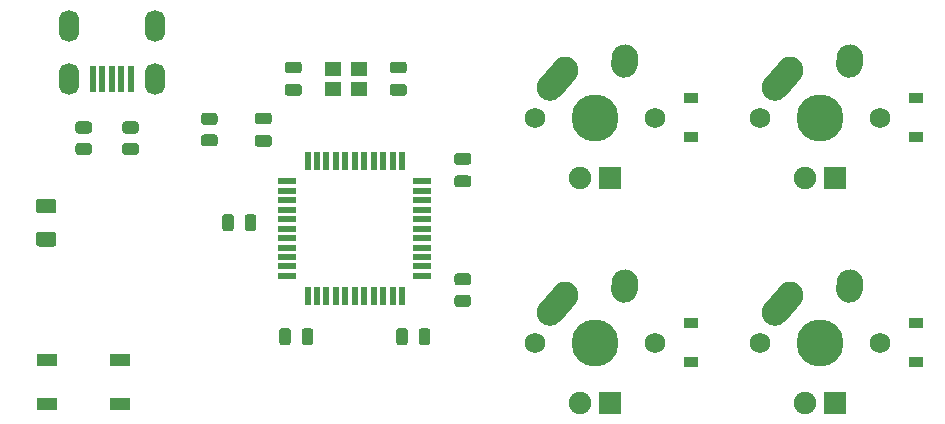
<source format=gbs>
%TF.GenerationSoftware,KiCad,Pcbnew,(5.1.12)-1*%
%TF.CreationDate,2022-04-14T09:57:20+09:00*%
%TF.ProjectId,ai03-pcb-guide,61693033-2d70-4636-922d-67756964652e,rev?*%
%TF.SameCoordinates,Original*%
%TF.FileFunction,Soldermask,Bot*%
%TF.FilePolarity,Negative*%
%FSLAX46Y46*%
G04 Gerber Fmt 4.6, Leading zero omitted, Abs format (unit mm)*
G04 Created by KiCad (PCBNEW (5.1.12)-1) date 2022-04-14 09:57:20*
%MOMM*%
%LPD*%
G01*
G04 APERTURE LIST*
%ADD10R,1.400000X1.200000*%
%ADD11O,1.700000X2.700000*%
%ADD12R,0.500000X2.250000*%
%ADD13R,0.550000X1.500000*%
%ADD14R,1.500000X0.550000*%
%ADD15R,1.800000X1.100000*%
%ADD16C,1.750000*%
%ADD17R,1.905000X1.905000*%
%ADD18C,1.905000*%
%ADD19C,2.250000*%
%ADD20C,3.987800*%
%ADD21R,1.200000X0.900000*%
G04 APERTURE END LIST*
D10*
%TO.C,Y1*%
X75903000Y-79033000D03*
X73703000Y-79033000D03*
X73703000Y-80733000D03*
X75903000Y-80733000D03*
%TD*%
D11*
%TO.C,USB1*%
X51341000Y-75406250D03*
X58641000Y-75406250D03*
X58641000Y-79906250D03*
X51341000Y-79906250D03*
D12*
X53391000Y-79906250D03*
X54191000Y-79906250D03*
X54991000Y-79906250D03*
X55791000Y-79906250D03*
X56591000Y-79906250D03*
%TD*%
D13*
%TO.C,U1*%
X71565000Y-98283000D03*
X72365000Y-98283000D03*
X73165000Y-98283000D03*
X73965000Y-98283000D03*
X74765000Y-98283000D03*
X75565000Y-98283000D03*
X76365000Y-98283000D03*
X77165000Y-98283000D03*
X77965000Y-98283000D03*
X78765000Y-98283000D03*
X79565000Y-98283000D03*
D14*
X81265000Y-96583000D03*
X81265000Y-95783000D03*
X81265000Y-94983000D03*
X81265000Y-94183000D03*
X81265000Y-93383000D03*
X81265000Y-92583000D03*
X81265000Y-91783000D03*
X81265000Y-90983000D03*
X81265000Y-90183000D03*
X81265000Y-89383000D03*
X81265000Y-88583000D03*
D13*
X79565000Y-86883000D03*
X78765000Y-86883000D03*
X77965000Y-86883000D03*
X77165000Y-86883000D03*
X76365000Y-86883000D03*
X75565000Y-86883000D03*
X74765000Y-86883000D03*
X73965000Y-86883000D03*
X73165000Y-86883000D03*
X72365000Y-86883000D03*
X71565000Y-86883000D03*
D14*
X69865000Y-88583000D03*
X69865000Y-89383000D03*
X69865000Y-90183000D03*
X69865000Y-90983000D03*
X69865000Y-91783000D03*
X69865000Y-92583000D03*
X69865000Y-93383000D03*
X69865000Y-94183000D03*
X69865000Y-94983000D03*
X69865000Y-95783000D03*
X69865000Y-96583000D03*
%TD*%
D15*
%TO.C,SW1*%
X55709750Y-107418750D03*
X49509750Y-103718750D03*
X55709750Y-103718750D03*
X49509750Y-107418750D03*
%TD*%
%TO.C,R4*%
G36*
G01*
X85159001Y-97390000D02*
X84258999Y-97390000D01*
G75*
G02*
X84009000Y-97140001I0J249999D01*
G01*
X84009000Y-96614999D01*
G75*
G02*
X84258999Y-96365000I249999J0D01*
G01*
X85159001Y-96365000D01*
G75*
G02*
X85409000Y-96614999I0J-249999D01*
G01*
X85409000Y-97140001D01*
G75*
G02*
X85159001Y-97390000I-249999J0D01*
G01*
G37*
G36*
G01*
X85159001Y-99215000D02*
X84258999Y-99215000D01*
G75*
G02*
X84009000Y-98965001I0J249999D01*
G01*
X84009000Y-98439999D01*
G75*
G02*
X84258999Y-98190000I249999J0D01*
G01*
X85159001Y-98190000D01*
G75*
G02*
X85409000Y-98439999I0J-249999D01*
G01*
X85409000Y-98965001D01*
G75*
G02*
X85159001Y-99215000I-249999J0D01*
G01*
G37*
%TD*%
%TO.C,R3*%
G36*
G01*
X53059751Y-84531250D02*
X52159749Y-84531250D01*
G75*
G02*
X51909750Y-84281251I0J249999D01*
G01*
X51909750Y-83756249D01*
G75*
G02*
X52159749Y-83506250I249999J0D01*
G01*
X53059751Y-83506250D01*
G75*
G02*
X53309750Y-83756249I0J-249999D01*
G01*
X53309750Y-84281251D01*
G75*
G02*
X53059751Y-84531250I-249999J0D01*
G01*
G37*
G36*
G01*
X53059751Y-86356250D02*
X52159749Y-86356250D01*
G75*
G02*
X51909750Y-86106251I0J249999D01*
G01*
X51909750Y-85581249D01*
G75*
G02*
X52159749Y-85331250I249999J0D01*
G01*
X53059751Y-85331250D01*
G75*
G02*
X53309750Y-85581249I0J-249999D01*
G01*
X53309750Y-86106251D01*
G75*
G02*
X53059751Y-86356250I-249999J0D01*
G01*
G37*
%TD*%
%TO.C,R2*%
G36*
G01*
X57028501Y-84531250D02*
X56128499Y-84531250D01*
G75*
G02*
X55878500Y-84281251I0J249999D01*
G01*
X55878500Y-83756249D01*
G75*
G02*
X56128499Y-83506250I249999J0D01*
G01*
X57028501Y-83506250D01*
G75*
G02*
X57278500Y-83756249I0J-249999D01*
G01*
X57278500Y-84281251D01*
G75*
G02*
X57028501Y-84531250I-249999J0D01*
G01*
G37*
G36*
G01*
X57028501Y-86356250D02*
X56128499Y-86356250D01*
G75*
G02*
X55878500Y-86106251I0J249999D01*
G01*
X55878500Y-85581249D01*
G75*
G02*
X56128499Y-85331250I249999J0D01*
G01*
X57028501Y-85331250D01*
G75*
G02*
X57278500Y-85581249I0J-249999D01*
G01*
X57278500Y-86106251D01*
G75*
G02*
X57028501Y-86356250I-249999J0D01*
G01*
G37*
%TD*%
%TO.C,R1*%
G36*
G01*
X63696001Y-83801000D02*
X62795999Y-83801000D01*
G75*
G02*
X62546000Y-83551001I0J249999D01*
G01*
X62546000Y-83025999D01*
G75*
G02*
X62795999Y-82776000I249999J0D01*
G01*
X63696001Y-82776000D01*
G75*
G02*
X63946000Y-83025999I0J-249999D01*
G01*
X63946000Y-83551001D01*
G75*
G02*
X63696001Y-83801000I-249999J0D01*
G01*
G37*
G36*
G01*
X63696001Y-85626000D02*
X62795999Y-85626000D01*
G75*
G02*
X62546000Y-85376001I0J249999D01*
G01*
X62546000Y-84850999D01*
G75*
G02*
X62795999Y-84601000I249999J0D01*
G01*
X63696001Y-84601000D01*
G75*
G02*
X63946000Y-84850999I0J-249999D01*
G01*
X63946000Y-85376001D01*
G75*
G02*
X63696001Y-85626000I-249999J0D01*
G01*
G37*
%TD*%
D16*
%TO.C,MX4*%
X120015000Y-102235000D03*
X109855000Y-102235000D03*
D17*
X116205000Y-107315000D03*
D18*
X113665000Y-107315000D03*
D19*
X112435000Y-98235000D03*
D20*
X114935000Y-102235000D03*
G36*
G01*
X110373688Y-100532350D02*
X110373683Y-100532345D01*
G75*
G02*
X110287655Y-98943683I751317J837345D01*
G01*
X111597657Y-97483683D01*
G75*
G02*
X113186319Y-97397655I837345J-751317D01*
G01*
X113186319Y-97397655D01*
G75*
G02*
X113272347Y-98986317I-751317J-837345D01*
G01*
X111962345Y-100446317D01*
G75*
G02*
X110373683Y-100532345I-837345J751317D01*
G01*
G37*
D19*
X117475000Y-97155000D03*
G36*
G01*
X117358483Y-98857395D02*
X117357597Y-98857334D01*
G75*
G02*
X116312666Y-97657597I77403J1122334D01*
G01*
X116352666Y-97077597D01*
G75*
G02*
X117552403Y-96032666I1122334J-77403D01*
G01*
X117552403Y-96032666D01*
G75*
G02*
X118597334Y-97232403I-77403J-1122334D01*
G01*
X118557334Y-97812403D01*
G75*
G02*
X117357597Y-98857334I-1122334J77403D01*
G01*
G37*
%TD*%
D16*
%TO.C,MX3*%
X100965000Y-102235000D03*
X90805000Y-102235000D03*
D17*
X97155000Y-107315000D03*
D18*
X94615000Y-107315000D03*
D19*
X93385000Y-98235000D03*
D20*
X95885000Y-102235000D03*
G36*
G01*
X91323688Y-100532350D02*
X91323683Y-100532345D01*
G75*
G02*
X91237655Y-98943683I751317J837345D01*
G01*
X92547657Y-97483683D01*
G75*
G02*
X94136319Y-97397655I837345J-751317D01*
G01*
X94136319Y-97397655D01*
G75*
G02*
X94222347Y-98986317I-751317J-837345D01*
G01*
X92912345Y-100446317D01*
G75*
G02*
X91323683Y-100532345I-837345J751317D01*
G01*
G37*
D19*
X98425000Y-97155000D03*
G36*
G01*
X98308483Y-98857395D02*
X98307597Y-98857334D01*
G75*
G02*
X97262666Y-97657597I77403J1122334D01*
G01*
X97302666Y-97077597D01*
G75*
G02*
X98502403Y-96032666I1122334J-77403D01*
G01*
X98502403Y-96032666D01*
G75*
G02*
X99547334Y-97232403I-77403J-1122334D01*
G01*
X99507334Y-97812403D01*
G75*
G02*
X98307597Y-98857334I-1122334J77403D01*
G01*
G37*
%TD*%
D16*
%TO.C,MX2*%
X120015000Y-83185000D03*
X109855000Y-83185000D03*
D17*
X116205000Y-88265000D03*
D18*
X113665000Y-88265000D03*
D19*
X112435000Y-79185000D03*
D20*
X114935000Y-83185000D03*
G36*
G01*
X110373688Y-81482350D02*
X110373683Y-81482345D01*
G75*
G02*
X110287655Y-79893683I751317J837345D01*
G01*
X111597657Y-78433683D01*
G75*
G02*
X113186319Y-78347655I837345J-751317D01*
G01*
X113186319Y-78347655D01*
G75*
G02*
X113272347Y-79936317I-751317J-837345D01*
G01*
X111962345Y-81396317D01*
G75*
G02*
X110373683Y-81482345I-837345J751317D01*
G01*
G37*
D19*
X117475000Y-78105000D03*
G36*
G01*
X117358483Y-79807395D02*
X117357597Y-79807334D01*
G75*
G02*
X116312666Y-78607597I77403J1122334D01*
G01*
X116352666Y-78027597D01*
G75*
G02*
X117552403Y-76982666I1122334J-77403D01*
G01*
X117552403Y-76982666D01*
G75*
G02*
X118597334Y-78182403I-77403J-1122334D01*
G01*
X118557334Y-78762403D01*
G75*
G02*
X117357597Y-79807334I-1122334J77403D01*
G01*
G37*
%TD*%
D16*
%TO.C,MX1*%
X100965000Y-83185000D03*
X90805000Y-83185000D03*
D17*
X97155000Y-88265000D03*
D18*
X94615000Y-88265000D03*
D19*
X93385000Y-79185000D03*
D20*
X95885000Y-83185000D03*
G36*
G01*
X91323688Y-81482350D02*
X91323683Y-81482345D01*
G75*
G02*
X91237655Y-79893683I751317J837345D01*
G01*
X92547657Y-78433683D01*
G75*
G02*
X94136319Y-78347655I837345J-751317D01*
G01*
X94136319Y-78347655D01*
G75*
G02*
X94222347Y-79936317I-751317J-837345D01*
G01*
X92912345Y-81396317D01*
G75*
G02*
X91323683Y-81482345I-837345J751317D01*
G01*
G37*
D19*
X98425000Y-78105000D03*
G36*
G01*
X98308483Y-79807395D02*
X98307597Y-79807334D01*
G75*
G02*
X97262666Y-78607597I77403J1122334D01*
G01*
X97302666Y-78027597D01*
G75*
G02*
X98502403Y-76982666I1122334J-77403D01*
G01*
X98502403Y-76982666D01*
G75*
G02*
X99547334Y-78182403I-77403J-1122334D01*
G01*
X99507334Y-78762403D01*
G75*
G02*
X98307597Y-79807334I-1122334J77403D01*
G01*
G37*
%TD*%
%TO.C,F1*%
G36*
G01*
X50059750Y-91300000D02*
X48809750Y-91300000D01*
G75*
G02*
X48559750Y-91050000I0J250000D01*
G01*
X48559750Y-90300000D01*
G75*
G02*
X48809750Y-90050000I250000J0D01*
G01*
X50059750Y-90050000D01*
G75*
G02*
X50309750Y-90300000I0J-250000D01*
G01*
X50309750Y-91050000D01*
G75*
G02*
X50059750Y-91300000I-250000J0D01*
G01*
G37*
G36*
G01*
X50059750Y-94100000D02*
X48809750Y-94100000D01*
G75*
G02*
X48559750Y-93850000I0J250000D01*
G01*
X48559750Y-93100000D01*
G75*
G02*
X48809750Y-92850000I250000J0D01*
G01*
X50059750Y-92850000D01*
G75*
G02*
X50309750Y-93100000I0J-250000D01*
G01*
X50309750Y-93850000D01*
G75*
G02*
X50059750Y-94100000I-250000J0D01*
G01*
G37*
%TD*%
D21*
%TO.C,D4*%
X123063000Y-100585000D03*
X123063000Y-103885000D03*
%TD*%
%TO.C,D3*%
X104013000Y-100585000D03*
X104013000Y-103885000D03*
%TD*%
%TO.C,D2*%
X123063000Y-81535000D03*
X123063000Y-84835000D03*
%TD*%
%TO.C,D1*%
X104013000Y-81535000D03*
X104013000Y-84835000D03*
%TD*%
%TO.C,C7*%
G36*
G01*
X71062000Y-102202000D02*
X71062000Y-101252000D01*
G75*
G02*
X71312000Y-101002000I250000J0D01*
G01*
X71812000Y-101002000D01*
G75*
G02*
X72062000Y-101252000I0J-250000D01*
G01*
X72062000Y-102202000D01*
G75*
G02*
X71812000Y-102452000I-250000J0D01*
G01*
X71312000Y-102452000D01*
G75*
G02*
X71062000Y-102202000I0J250000D01*
G01*
G37*
G36*
G01*
X69162000Y-102202000D02*
X69162000Y-101252000D01*
G75*
G02*
X69412000Y-101002000I250000J0D01*
G01*
X69912000Y-101002000D01*
G75*
G02*
X70162000Y-101252000I0J-250000D01*
G01*
X70162000Y-102202000D01*
G75*
G02*
X69912000Y-102452000I-250000J0D01*
G01*
X69412000Y-102452000D01*
G75*
G02*
X69162000Y-102202000I0J250000D01*
G01*
G37*
%TD*%
%TO.C,C6*%
G36*
G01*
X80068000Y-101252000D02*
X80068000Y-102202000D01*
G75*
G02*
X79818000Y-102452000I-250000J0D01*
G01*
X79318000Y-102452000D01*
G75*
G02*
X79068000Y-102202000I0J250000D01*
G01*
X79068000Y-101252000D01*
G75*
G02*
X79318000Y-101002000I250000J0D01*
G01*
X79818000Y-101002000D01*
G75*
G02*
X80068000Y-101252000I0J-250000D01*
G01*
G37*
G36*
G01*
X81968000Y-101252000D02*
X81968000Y-102202000D01*
G75*
G02*
X81718000Y-102452000I-250000J0D01*
G01*
X81218000Y-102452000D01*
G75*
G02*
X80968000Y-102202000I0J250000D01*
G01*
X80968000Y-101252000D01*
G75*
G02*
X81218000Y-101002000I250000J0D01*
G01*
X81718000Y-101002000D01*
G75*
G02*
X81968000Y-101252000I0J-250000D01*
G01*
G37*
%TD*%
%TO.C,C5*%
G36*
G01*
X85184000Y-87180000D02*
X84234000Y-87180000D01*
G75*
G02*
X83984000Y-86930000I0J250000D01*
G01*
X83984000Y-86430000D01*
G75*
G02*
X84234000Y-86180000I250000J0D01*
G01*
X85184000Y-86180000D01*
G75*
G02*
X85434000Y-86430000I0J-250000D01*
G01*
X85434000Y-86930000D01*
G75*
G02*
X85184000Y-87180000I-250000J0D01*
G01*
G37*
G36*
G01*
X85184000Y-89080000D02*
X84234000Y-89080000D01*
G75*
G02*
X83984000Y-88830000I0J250000D01*
G01*
X83984000Y-88330000D01*
G75*
G02*
X84234000Y-88080000I250000J0D01*
G01*
X85184000Y-88080000D01*
G75*
G02*
X85434000Y-88330000I0J-250000D01*
G01*
X85434000Y-88830000D01*
G75*
G02*
X85184000Y-89080000I-250000J0D01*
G01*
G37*
%TD*%
%TO.C,C4*%
G36*
G01*
X68293000Y-83751000D02*
X67343000Y-83751000D01*
G75*
G02*
X67093000Y-83501000I0J250000D01*
G01*
X67093000Y-83001000D01*
G75*
G02*
X67343000Y-82751000I250000J0D01*
G01*
X68293000Y-82751000D01*
G75*
G02*
X68543000Y-83001000I0J-250000D01*
G01*
X68543000Y-83501000D01*
G75*
G02*
X68293000Y-83751000I-250000J0D01*
G01*
G37*
G36*
G01*
X68293000Y-85651000D02*
X67343000Y-85651000D01*
G75*
G02*
X67093000Y-85401000I0J250000D01*
G01*
X67093000Y-84901000D01*
G75*
G02*
X67343000Y-84651000I250000J0D01*
G01*
X68293000Y-84651000D01*
G75*
G02*
X68543000Y-84901000I0J-250000D01*
G01*
X68543000Y-85401000D01*
G75*
G02*
X68293000Y-85651000I-250000J0D01*
G01*
G37*
%TD*%
%TO.C,C3*%
G36*
G01*
X65336000Y-91600000D02*
X65336000Y-92550000D01*
G75*
G02*
X65086000Y-92800000I-250000J0D01*
G01*
X64586000Y-92800000D01*
G75*
G02*
X64336000Y-92550000I0J250000D01*
G01*
X64336000Y-91600000D01*
G75*
G02*
X64586000Y-91350000I250000J0D01*
G01*
X65086000Y-91350000D01*
G75*
G02*
X65336000Y-91600000I0J-250000D01*
G01*
G37*
G36*
G01*
X67236000Y-91600000D02*
X67236000Y-92550000D01*
G75*
G02*
X66986000Y-92800000I-250000J0D01*
G01*
X66486000Y-92800000D01*
G75*
G02*
X66236000Y-92550000I0J250000D01*
G01*
X66236000Y-91600000D01*
G75*
G02*
X66486000Y-91350000I250000J0D01*
G01*
X66986000Y-91350000D01*
G75*
G02*
X67236000Y-91600000I0J-250000D01*
G01*
G37*
%TD*%
%TO.C,C2*%
G36*
G01*
X69883000Y-80333000D02*
X70833000Y-80333000D01*
G75*
G02*
X71083000Y-80583000I0J-250000D01*
G01*
X71083000Y-81083000D01*
G75*
G02*
X70833000Y-81333000I-250000J0D01*
G01*
X69883000Y-81333000D01*
G75*
G02*
X69633000Y-81083000I0J250000D01*
G01*
X69633000Y-80583000D01*
G75*
G02*
X69883000Y-80333000I250000J0D01*
G01*
G37*
G36*
G01*
X69883000Y-78433000D02*
X70833000Y-78433000D01*
G75*
G02*
X71083000Y-78683000I0J-250000D01*
G01*
X71083000Y-79183000D01*
G75*
G02*
X70833000Y-79433000I-250000J0D01*
G01*
X69883000Y-79433000D01*
G75*
G02*
X69633000Y-79183000I0J250000D01*
G01*
X69633000Y-78683000D01*
G75*
G02*
X69883000Y-78433000I250000J0D01*
G01*
G37*
%TD*%
%TO.C,C1*%
G36*
G01*
X79723000Y-79433000D02*
X78773000Y-79433000D01*
G75*
G02*
X78523000Y-79183000I0J250000D01*
G01*
X78523000Y-78683000D01*
G75*
G02*
X78773000Y-78433000I250000J0D01*
G01*
X79723000Y-78433000D01*
G75*
G02*
X79973000Y-78683000I0J-250000D01*
G01*
X79973000Y-79183000D01*
G75*
G02*
X79723000Y-79433000I-250000J0D01*
G01*
G37*
G36*
G01*
X79723000Y-81333000D02*
X78773000Y-81333000D01*
G75*
G02*
X78523000Y-81083000I0J250000D01*
G01*
X78523000Y-80583000D01*
G75*
G02*
X78773000Y-80333000I250000J0D01*
G01*
X79723000Y-80333000D01*
G75*
G02*
X79973000Y-80583000I0J-250000D01*
G01*
X79973000Y-81083000D01*
G75*
G02*
X79723000Y-81333000I-250000J0D01*
G01*
G37*
%TD*%
M02*

</source>
